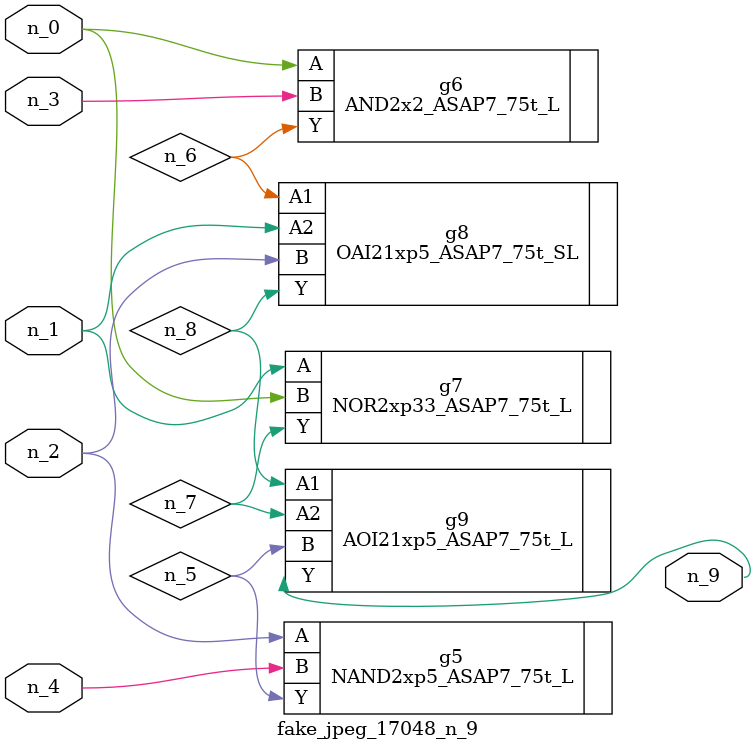
<source format=v>
module fake_jpeg_17048_n_9 (n_3, n_2, n_1, n_0, n_4, n_9);

input n_3;
input n_2;
input n_1;
input n_0;
input n_4;

output n_9;

wire n_8;
wire n_6;
wire n_5;
wire n_7;

NAND2xp5_ASAP7_75t_L g5 ( 
.A(n_2),
.B(n_4),
.Y(n_5)
);

AND2x2_ASAP7_75t_L g6 ( 
.A(n_0),
.B(n_3),
.Y(n_6)
);

NOR2xp33_ASAP7_75t_L g7 ( 
.A(n_1),
.B(n_0),
.Y(n_7)
);

OAI21xp5_ASAP7_75t_SL g8 ( 
.A1(n_6),
.A2(n_1),
.B(n_2),
.Y(n_8)
);

AOI21xp5_ASAP7_75t_L g9 ( 
.A1(n_8),
.A2(n_7),
.B(n_5),
.Y(n_9)
);


endmodule
</source>
